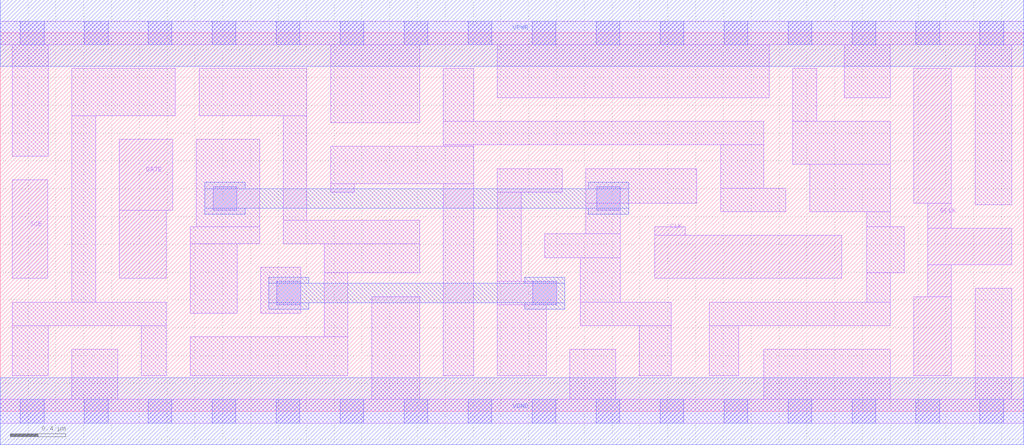
<source format=lef>
# Copyright 2020 The SkyWater PDK Authors
#
# Licensed under the Apache License, Version 2.0 (the "License");
# you may not use this file except in compliance with the License.
# You may obtain a copy of the License at
#
#     https://www.apache.org/licenses/LICENSE-2.0
#
# Unless required by applicable law or agreed to in writing, software
# distributed under the License is distributed on an "AS IS" BASIS,
# WITHOUT WARRANTIES OR CONDITIONS OF ANY KIND, either express or implied.
# See the License for the specific language governing permissions and
# limitations under the License.
#
# SPDX-License-Identifier: Apache-2.0

VERSION 5.7 ;
  NOWIREEXTENSIONATPIN ON ;
  DIVIDERCHAR "/" ;
  BUSBITCHARS "[]" ;
UNITS
  DATABASE MICRONS 200 ;
END UNITS
MACRO sky130_fd_sc_hd__sdlclkp_2
  CLASS CORE ;
  FOREIGN sky130_fd_sc_hd__sdlclkp_2 ;
  ORIGIN  0.000000  0.000000 ;
  SIZE  7.360000 BY  2.720000 ;
  SYMMETRY X Y R90 ;
  SITE unithd ;
  PIN GATE
    ANTENNAGATEAREA  0.159000 ;
    DIRECTION INPUT ;
    USE SIGNAL ;
    PORT
      LAYER li1 ;
        RECT 0.855000 0.955000 1.195000 1.445000 ;
        RECT 0.855000 1.445000 1.240000 1.955000 ;
    END
  END GATE
  PIN GCLK
    ANTENNADIFFAREA  0.445500 ;
    DIRECTION OUTPUT ;
    USE SIGNAL ;
    PORT
      LAYER li1 ;
        RECT 6.570000 0.255000 6.840000 0.825000 ;
        RECT 6.570000 1.495000 6.840000 2.465000 ;
        RECT 6.670000 0.825000 6.840000 1.055000 ;
        RECT 6.670000 1.055000 7.275000 1.315000 ;
        RECT 6.670000 1.315000 6.840000 1.495000 ;
    END
  END GCLK
  PIN SCE
    ANTENNAGATEAREA  0.159000 ;
    DIRECTION INPUT ;
    USE SIGNAL ;
    PORT
      LAYER li1 ;
        RECT 0.085000 0.955000 0.340000 1.665000 ;
    END
  END SCE
  PIN CLK
    ANTENNAGATEAREA  0.318000 ;
    DIRECTION INPUT ;
    USE CLOCK ;
    PORT
      LAYER li1 ;
        RECT 4.705000 0.955000 6.050000 1.265000 ;
        RECT 4.705000 1.265000 4.925000 1.325000 ;
    END
  END CLK
  PIN VGND
    DIRECTION INOUT ;
    SHAPE ABUTMENT ;
    USE GROUND ;
    PORT
      LAYER met1 ;
        RECT 0.000000 -0.240000 7.360000 0.240000 ;
    END
  END VGND
  PIN VPWR
    DIRECTION INOUT ;
    SHAPE ABUTMENT ;
    USE POWER ;
    PORT
      LAYER met1 ;
        RECT 0.000000 2.480000 7.360000 2.960000 ;
    END
  END VPWR
  OBS
    LAYER li1 ;
      RECT 0.000000 -0.085000 7.360000 0.085000 ;
      RECT 0.000000  2.635000 7.360000 2.805000 ;
      RECT 0.085000  0.255000 0.345000 0.615000 ;
      RECT 0.085000  0.615000 1.195000 0.785000 ;
      RECT 0.085000  1.835000 0.345000 2.635000 ;
      RECT 0.515000  0.085000 0.845000 0.445000 ;
      RECT 0.515000  0.785000 0.685000 2.125000 ;
      RECT 0.515000  2.125000 1.260000 2.465000 ;
      RECT 1.015000  0.255000 1.195000 0.615000 ;
      RECT 1.365000  0.255000 2.500000 0.535000 ;
      RECT 1.365000  0.705000 1.705000 1.205000 ;
      RECT 1.365000  1.205000 1.865000 1.325000 ;
      RECT 1.410000  1.325000 1.865000 1.955000 ;
      RECT 1.430000  2.125000 2.205000 2.465000 ;
      RECT 1.875000  0.705000 2.160000 1.035000 ;
      RECT 2.035000  1.205000 3.015000 1.375000 ;
      RECT 2.035000  1.375000 2.205000 2.125000 ;
      RECT 2.330000  0.535000 2.500000 0.995000 ;
      RECT 2.330000  0.995000 3.015000 1.205000 ;
      RECT 2.375000  1.575000 2.545000 1.635000 ;
      RECT 2.375000  1.635000 3.405000 1.905000 ;
      RECT 2.375000  2.075000 3.015000 2.635000 ;
      RECT 2.670000  0.085000 3.015000 0.825000 ;
      RECT 3.185000  0.255000 3.405000 1.635000 ;
      RECT 3.185000  1.905000 3.405000 1.915000 ;
      RECT 3.185000  1.915000 5.490000 2.085000 ;
      RECT 3.185000  2.085000 3.405000 2.465000 ;
      RECT 3.575000  0.255000 3.925000 0.765000 ;
      RECT 3.575000  0.765000 4.000000 0.935000 ;
      RECT 3.575000  0.935000 3.745000 1.575000 ;
      RECT 3.575000  1.575000 4.040000 1.745000 ;
      RECT 3.575000  2.255000 5.530000 2.635000 ;
      RECT 3.915000  1.105000 4.460000 1.275000 ;
      RECT 4.095000  0.085000 4.425000 0.445000 ;
      RECT 4.170000  0.615000 4.825000 0.785000 ;
      RECT 4.170000  0.785000 4.460000 1.105000 ;
      RECT 4.210000  1.275000 4.460000 1.495000 ;
      RECT 4.210000  1.495000 5.010000 1.745000 ;
      RECT 4.595000  0.255000 4.825000 0.615000 ;
      RECT 5.100000  0.255000 5.310000 0.615000 ;
      RECT 5.100000  0.615000 6.400000 0.785000 ;
      RECT 5.180000  1.435000 5.650000 1.605000 ;
      RECT 5.180000  1.605000 5.490000 1.915000 ;
      RECT 5.490000  0.085000 6.400000 0.445000 ;
      RECT 5.700000  1.775000 6.400000 2.085000 ;
      RECT 5.700000  2.085000 5.870000 2.465000 ;
      RECT 5.820000  1.435000 6.400000 1.775000 ;
      RECT 6.070000  2.255000 6.400000 2.635000 ;
      RECT 6.230000  0.785000 6.400000 0.995000 ;
      RECT 6.230000  0.995000 6.500000 1.325000 ;
      RECT 6.230000  1.325000 6.400000 1.435000 ;
      RECT 7.010000  0.085000 7.275000 0.885000 ;
      RECT 7.010000  1.485000 7.275000 2.635000 ;
    LAYER mcon ;
      RECT 0.145000 -0.085000 0.315000 0.085000 ;
      RECT 0.145000  2.635000 0.315000 2.805000 ;
      RECT 0.605000 -0.085000 0.775000 0.085000 ;
      RECT 0.605000  2.635000 0.775000 2.805000 ;
      RECT 1.065000 -0.085000 1.235000 0.085000 ;
      RECT 1.065000  2.635000 1.235000 2.805000 ;
      RECT 1.525000 -0.085000 1.695000 0.085000 ;
      RECT 1.525000  2.635000 1.695000 2.805000 ;
      RECT 1.530000  1.445000 1.700000 1.615000 ;
      RECT 1.985000 -0.085000 2.155000 0.085000 ;
      RECT 1.985000  2.635000 2.155000 2.805000 ;
      RECT 1.990000  0.765000 2.160000 0.935000 ;
      RECT 2.445000 -0.085000 2.615000 0.085000 ;
      RECT 2.445000  2.635000 2.615000 2.805000 ;
      RECT 2.905000 -0.085000 3.075000 0.085000 ;
      RECT 2.905000  2.635000 3.075000 2.805000 ;
      RECT 3.365000 -0.085000 3.535000 0.085000 ;
      RECT 3.365000  2.635000 3.535000 2.805000 ;
      RECT 3.825000 -0.085000 3.995000 0.085000 ;
      RECT 3.825000  2.635000 3.995000 2.805000 ;
      RECT 3.830000  0.765000 4.000000 0.935000 ;
      RECT 4.285000 -0.085000 4.455000 0.085000 ;
      RECT 4.285000  2.635000 4.455000 2.805000 ;
      RECT 4.290000  1.445000 4.460000 1.615000 ;
      RECT 4.745000 -0.085000 4.915000 0.085000 ;
      RECT 4.745000  2.635000 4.915000 2.805000 ;
      RECT 5.205000 -0.085000 5.375000 0.085000 ;
      RECT 5.205000  2.635000 5.375000 2.805000 ;
      RECT 5.665000 -0.085000 5.835000 0.085000 ;
      RECT 5.665000  2.635000 5.835000 2.805000 ;
      RECT 6.125000 -0.085000 6.295000 0.085000 ;
      RECT 6.125000  2.635000 6.295000 2.805000 ;
      RECT 6.585000 -0.085000 6.755000 0.085000 ;
      RECT 6.585000  2.635000 6.755000 2.805000 ;
      RECT 7.045000 -0.085000 7.215000 0.085000 ;
      RECT 7.045000  2.635000 7.215000 2.805000 ;
    LAYER met1 ;
      RECT 1.470000 1.415000 1.760000 1.460000 ;
      RECT 1.470000 1.460000 4.520000 1.600000 ;
      RECT 1.470000 1.600000 1.760000 1.645000 ;
      RECT 1.930000 0.735000 2.220000 0.780000 ;
      RECT 1.930000 0.780000 4.060000 0.920000 ;
      RECT 1.930000 0.920000 2.220000 0.965000 ;
      RECT 3.770000 0.735000 4.060000 0.780000 ;
      RECT 3.770000 0.920000 4.060000 0.965000 ;
      RECT 4.230000 1.415000 4.520000 1.460000 ;
      RECT 4.230000 1.600000 4.520000 1.645000 ;
  END
END sky130_fd_sc_hd__sdlclkp_2
END LIBRARY

</source>
